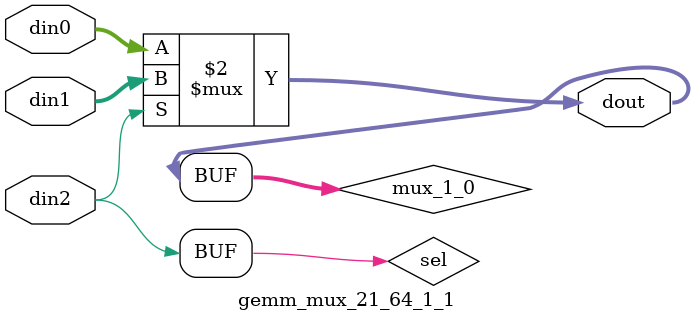
<source format=v>

`timescale 1ns/1ps

module gemm_mux_21_64_1_1 #(
parameter
    ID                = 0,
    NUM_STAGE         = 1,
    din0_WIDTH       = 32,
    din1_WIDTH       = 32,
    din2_WIDTH         = 32,
    dout_WIDTH            = 32
)(
    input  [63 : 0]     din0,
    input  [63 : 0]     din1,
    input  [0 : 0]    din2,
    output [63 : 0]   dout);

// puts internal signals
wire [0 : 0]     sel;
// level 1 signals
wire [63 : 0]         mux_1_0;

assign sel = din2;

// Generate level 1 logic
assign mux_1_0 = (sel[0] == 0)? din0 : din1;

// output logic
assign dout = mux_1_0;

endmodule

</source>
